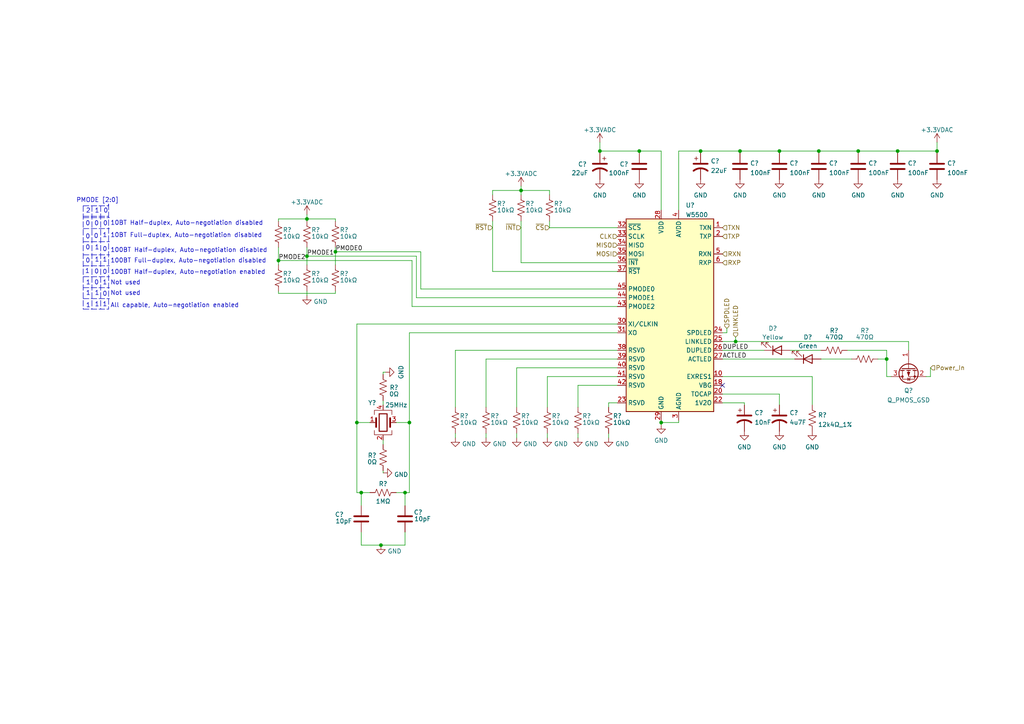
<source format=kicad_sch>
(kicad_sch (version 20211123) (generator eeschema)
  (paper "A4")
  (lib_symbols
    (symbol "Device:C" (pin_numbers hide) (pin_names (offset 0.254))
      (property "Reference" "C" (at 0.635 2.54 0))
      (property "Value" "C" (at 0.635 -2.54 0))
      (symbol "C_0_1"
        (polyline (pts (xy -2.032 -0.762) (xy 2.032 -0.762)) (stroke (width 0.508)))
        (polyline (pts (xy -2.032 0.762) (xy 2.032 0.762)) (stroke (width 0.508)))
      )
      (symbol "C_1_1"
        (pin passive line (at 0 3.81 270) (length 2.794) (name "~") (number "1"))
        (pin passive line (at 0 -3.81 90) (length 2.794) (name "~") (number "2"))
      )
    )
    (symbol "Device:C_Polarized_US" (pin_numbers hide) (pin_names (offset 0.254) hide)
      (property "Reference" "C" (at 0.635 2.54 0))
      (property "Value" "C_Polarized_US" (at 0.635 -2.54 0))
      (symbol "C_Polarized_US_0_1"
        (polyline (pts (xy -2.032 0.762) (xy 2.032 0.762)) (stroke (width 0.508)))
        (polyline (pts (xy -1.778 2.286) (xy -0.762 2.286)))
        (polyline (pts (xy -1.27 1.778) (xy -1.27 2.794)))
        (arc (start 2.032 -1.27) (mid 0 -0.5572) (end -2.032 -1.27) (stroke (width 0.508)))
      )
      (symbol "C_Polarized_US_1_1"
        (pin passive line (at 0 3.81 270) (length 2.794) (name "~") (number "1"))
        (pin passive line (at 0 -3.81 90) (length 3.302) (name "~") (number "2"))
      )
    )
    (symbol "Device:Crystal_GND24" (pin_names (offset 1.016) hide)
      (property "Reference" "Y" (at 3.175 5.08 0))
      (property "Value" "Crystal_GND24" (at 3.175 3.175 0))
      (symbol "Crystal_GND24_0_1"
        (rectangle (start -1.143 2.54) (end 1.143 -2.54) (stroke (width 0.3048)))
        (polyline (pts (xy -2.54 0) (xy -2.032 0)))
        (polyline (pts (xy -2.032 -1.27) (xy -2.032 1.27)) (stroke (width 0.508)))
        (polyline (pts (xy 0 -3.81) (xy 0 -3.556)))
        (polyline (pts (xy 0 3.556) (xy 0 3.81)))
        (polyline (pts (xy 2.032 -1.27) (xy 2.032 1.27)) (stroke (width 0.508)))
        (polyline (pts (xy 2.032 0) (xy 2.54 0)))
        (polyline (pts (xy -2.54 -2.286) (xy -2.54 -3.556) (xy 2.54 -3.556) (xy 2.54 -2.286)))
        (polyline (pts (xy -2.54 2.286) (xy -2.54 3.556) (xy 2.54 3.556) (xy 2.54 2.286)))
      )
      (symbol "Crystal_GND24_1_1"
        (pin passive line (at -3.81 0 0) (length 1.27) (name "1") (number "1"))
        (pin passive line (at 0 5.08 270) (length 1.27) (name "2") (number "2"))
        (pin passive line (at 3.81 0 180) (length 1.27) (name "3") (number "3"))
        (pin passive line (at 0 -5.08 90) (length 1.27) (name "4") (number "4"))
      )
    )
    (symbol "Device:LED" (pin_numbers hide) (pin_names (offset 1.016) hide)
      (property "Reference" "D" (at 0 2.54 0))
      (property "Value" "LED" (at 0 -2.54 0))
      (symbol "LED_0_1"
        (polyline (pts (xy -1.27 -1.27) (xy -1.27 1.27)) (stroke (width 0.254)))
        (polyline (pts (xy -1.27 0) (xy 1.27 0)))
        (polyline (pts (xy 1.27 -1.27) (xy 1.27 1.27) (xy -1.27 0) (xy 1.27 -1.27)) (stroke (width 0.254)))
        (polyline (pts (xy -3.048 -0.762) (xy -4.572 -2.286) (xy -3.81 -2.286) (xy -4.572 -2.286) (xy -4.572 -1.524)))
        (polyline (pts (xy -1.778 -0.762) (xy -3.302 -2.286) (xy -2.54 -2.286) (xy -3.302 -2.286) (xy -3.302 -1.524)))
      )
      (symbol "LED_1_1"
        (pin passive line (at -3.81 0 0) (length 2.54) (name "K") (number "1"))
        (pin passive line (at 3.81 0 180) (length 2.54) (name "A") (number "2"))
      )
    )
    (symbol "Device:Q_PMOS_GSD" (pin_names (offset 0) hide)
      (property "Reference" "Q" (at 5.08 1.27 0))
      (property "Value" "Q_PMOS_GSD" (at 5.08 -1.27 0))
      (symbol "Q_PMOS_GSD_0_1"
        (polyline (pts (xy 0.254 0) (xy -2.54 0)))
        (polyline (pts (xy 0.254 1.905) (xy 0.254 -1.905)) (stroke (width 0.254)))
        (polyline (pts (xy 0.762 -1.27) (xy 0.762 -2.286)) (stroke (width 0.254)))
        (polyline (pts (xy 0.762 0.508) (xy 0.762 -0.508)) (stroke (width 0.254)))
        (polyline (pts (xy 0.762 2.286) (xy 0.762 1.27)) (stroke (width 0.254)))
        (polyline (pts (xy 2.54 2.54) (xy 2.54 1.778)))
        (polyline (pts (xy 2.54 -2.54) (xy 2.54 0) (xy 0.762 0)))
        (polyline (pts (xy 0.762 1.778) (xy 3.302 1.778) (xy 3.302 -1.778) (xy 0.762 -1.778)))
        (polyline (pts (xy 2.286 0) (xy 1.27 0.381) (xy 1.27 -0.381) (xy 2.286 0)) (fill (type outline)))
        (polyline (pts (xy 2.794 -0.508) (xy 2.921 -0.381) (xy 3.683 -0.381) (xy 3.81 -0.254)))
        (polyline (pts (xy 3.302 -0.381) (xy 2.921 0.254) (xy 3.683 0.254) (xy 3.302 -0.381)))
        (circle (center 1.651 0) (radius 2.794) (stroke (width 0.254)))
        (circle (center 2.54 -1.778) (radius 0.254) (fill (type outline)))
        (circle (center 2.54 1.778) (radius 0.254) (fill (type outline)))
      )
      (symbol "Q_PMOS_GSD_1_1"
        (pin input line (at -5.08 0 0) (length 2.54) (name "G") (number "1"))
        (pin passive line (at 2.54 -5.08 90) (length 2.54) (name "S") (number "2"))
        (pin passive line (at 2.54 5.08 270) (length 2.54) (name "D") (number "3"))
      )
    )
    (symbol "Device:R_US" (pin_numbers hide) (pin_names (offset 0))
      (property "Reference" "R" (at 2.54 0 90))
      (property "Value" "R_US" (at -2.54 0 90))
      (symbol "R_US_0_1"
        (polyline (pts (xy 0 -2.286) (xy 0 -2.54)))
        (polyline (pts (xy 0 2.286) (xy 0 2.54)))
        (polyline (pts (xy 0 -0.762) (xy 1.016 -1.143) (xy 0 -1.524) (xy -1.016 -1.905) (xy 0 -2.286)))
        (polyline (pts (xy 0 0.762) (xy 1.016 0.381) (xy 0 0) (xy -1.016 -0.381) (xy 0 -0.762)))
        (polyline (pts (xy 0 2.286) (xy 1.016 1.905) (xy 0 1.524) (xy -1.016 1.143) (xy 0 0.762)))
      )
      (symbol "R_US_1_1"
        (pin passive line (at 0 3.81 270) (length 1.27) (name "~") (number "1"))
        (pin passive line (at 0 -3.81 90) (length 1.27) (name "~") (number "2"))
      )
    )
    (symbol "Interface_Ethernet:W5500"
      (property "Reference" "U" (at -11.43 29.21 0))
      (property "Value" "W5500" (at 8.89 29.21 0))
      (symbol "W5500_0_1"
        (rectangle (start -12.7 27.94) (end 12.7 -27.94) (stroke (width 0.254)) (fill (type background)))
      )
      (symbol "W5500_1_1"
        (pin output line (at 15.24 25.4 180) (length 2.54) (name "TXN") (number "1"))
        (pin passive line (at 15.24 -17.78 180) (length 2.54) (name "EXRES1") (number "10"))
        (pin passive line (at 2.54 30.48 270) (length 2.54) hide (name "AVDD") (number "11"))
        (pin no_connect line (at 12.7 7.62 180) (length 2.54) hide (name "NC") (number "12"))
        (pin no_connect line (at 12.7 5.08 180) (length 2.54) hide (name "NC") (number "13"))
        (pin passive line (at 2.54 -30.48 90) (length 2.54) hide (name "AGND") (number "14"))
        (pin passive line (at 2.54 30.48 270) (length 2.54) hide (name "AVDD") (number "15"))
        (pin passive line (at 2.54 -30.48 90) (length 2.54) hide (name "AGND") (number "16"))
        (pin passive line (at 2.54 30.48 270) (length 2.54) hide (name "AVDD") (number "17"))
        (pin passive line (at 15.24 -20.32 180) (length 2.54) (name "VBG") (number "18"))
        (pin passive line (at 2.54 -30.48 90) (length 2.54) hide (name "AGND") (number "19"))
        (pin output line (at 15.24 22.86 180) (length 2.54) (name "TXP") (number "2"))
        (pin passive line (at 15.24 -22.86 180) (length 2.54) (name "TOCAP") (number "20"))
        (pin passive line (at 2.54 30.48 270) (length 2.54) hide (name "AVDD") (number "21"))
        (pin output line (at 15.24 -25.4 180) (length 2.54) (name "1V2O") (number "22"))
        (pin input line (at -15.24 -25.4 0) (length 2.54) (name "RSVD") (number "23"))
        (pin output line (at 15.24 -5.08 180) (length 2.54) (name "SPDLED") (number "24"))
        (pin output line (at 15.24 -7.62 180) (length 2.54) (name "LINKLED") (number "25"))
        (pin output line (at 15.24 -10.16 180) (length 2.54) (name "DUPLED") (number "26"))
        (pin output line (at 15.24 -12.7 180) (length 2.54) (name "ACTLED") (number "27"))
        (pin power_in line (at -2.54 30.48 270) (length 2.54) (name "VDD") (number "28"))
        (pin power_in line (at -2.54 -30.48 90) (length 2.54) (name "GND") (number "29"))
        (pin power_in line (at 2.54 -30.48 90) (length 2.54) (name "AGND") (number "3"))
        (pin input line (at -15.24 -2.54 0) (length 2.54) (name "XI/CLKIN") (number "30"))
        (pin output line (at -15.24 -5.08 0) (length 2.54) (name "XO") (number "31"))
        (pin input line (at -15.24 25.4 0) (length 2.54) (name "~{SCS}") (number "32"))
        (pin input line (at -15.24 22.86 0) (length 2.54) (name "SCLK") (number "33"))
        (pin output line (at -15.24 20.32 0) (length 2.54) (name "MISO") (number "34"))
        (pin input line (at -15.24 17.78 0) (length 2.54) (name "MOSI") (number "35"))
        (pin input line (at -15.24 15.24 0) (length 2.54) (name "~{INT}") (number "36"))
        (pin input line (at -15.24 12.7 0) (length 2.54) (name "~{RST}") (number "37"))
        (pin input line (at -15.24 -10.16 0) (length 2.54) (name "RSVD") (number "38"))
        (pin input line (at -15.24 -12.7 0) (length 2.54) (name "RSVD") (number "39"))
        (pin power_in line (at 2.54 30.48 270) (length 2.54) (name "AVDD") (number "4"))
        (pin input line (at -15.24 -15.24 0) (length 2.54) (name "RSVD") (number "40"))
        (pin input line (at -15.24 -17.78 0) (length 2.54) (name "RSVD") (number "41"))
        (pin input line (at -15.24 -20.32 0) (length 2.54) (name "RSVD") (number "42"))
        (pin input line (at -15.24 2.54 0) (length 2.54) (name "PMODE2") (number "43"))
        (pin input line (at -15.24 5.08 0) (length 2.54) (name "PMODE1") (number "44"))
        (pin input line (at -15.24 7.62 0) (length 2.54) (name "PMODE0") (number "45"))
        (pin no_connect line (at 12.7 2.54 180) (length 2.54) hide (name "NC") (number "46"))
        (pin no_connect line (at 12.7 0 180) (length 2.54) hide (name "NC") (number "47"))
        (pin passive line (at 2.54 -30.48 90) (length 2.54) hide (name "AGND") (number "48"))
        (pin input line (at 15.24 17.78 180) (length 2.54) (name "RXN") (number "5"))
        (pin input line (at 15.24 15.24 180) (length 2.54) (name "RXP") (number "6"))
        (pin no_connect line (at 12.7 10.16 180) (length 2.54) hide (name "DNC") (number "7"))
        (pin passive line (at 2.54 30.48 270) (length 2.54) hide (name "AVDD") (number "8"))
        (pin passive line (at 2.54 -30.48 90) (length 2.54) hide (name "AGND") (number "9"))
      )
    )
    (symbol "power:+3.3VADC" (power) (pin_names (offset 0))
      (property "Value" "+3.3VADC" (at 0 2.54 0))
      (symbol "+3.3VADC_0_0"
        (pin power_in line (at 0 0 90) (length 0) hide (name "+3.3VADC") (number "1"))
      )
      (symbol "+3.3VADC_0_1"
        (polyline (pts (xy -0.762 1.27) (xy 0 2.54)))
        (polyline (pts (xy 0 0) (xy 0 2.54)))
        (polyline (pts (xy 0 2.54) (xy 0.762 1.27)))
      )
    )
    (symbol "power:+3.3VDAC" (power) (pin_names (offset 0))
      (property "Value" "+3.3VDAC" (at 0 2.54 0))
      (symbol "+3.3VDAC_0_0"
        (pin power_in line (at 0 0 90) (length 0) hide (name "+3.3VDAC") (number "1"))
      )
      (symbol "+3.3VDAC_0_1"
        (polyline (pts (xy -0.762 1.27) (xy 0 2.54)))
        (polyline (pts (xy 0 0) (xy 0 2.54)))
        (polyline (pts (xy 0 2.54) (xy 0.762 1.27)))
      )
    )
    (symbol "power:GND" (power) (pin_names (offset 0))
      (property "Value" "GND" (at 0 -3.81 0))
      (symbol "GND_0_1"
        (polyline (pts (xy 0 0) (xy 0 -1.27) (xy 1.27 -1.27) (xy 0 -2.54) (xy -1.27 -1.27) (xy 0 -1.27)))
      )
      (symbol "GND_1_1"
        (pin power_in line (at 0 0 270) (length 0) hide (name "GND") (number "1"))
      )
    )
  )
  (junction (at 117.475 142.875))
  (junction (at 97.282 73.025))
  (junction (at 80.772 75.565))
  (junction (at 89.027 63.5))
  (junction (at 110.49 158.115))
  (junction (at 257.175 104.14))
  (junction (at 260.35 43.815))
  (junction (at 118.745 122.555))
  (junction (at 104.775 142.875))
  (junction (at 185.42 43.815))
  (junction (at 226.06 43.815))
  (junction (at 271.78 43.815))
  (junction (at 203.2 43.815))
  (junction (at 214.63 43.815))
  (junction (at 248.92 43.815))
  (junction (at 103.505 122.555))
  (junction (at 173.99 43.815))
  (junction (at 237.49 43.815))
  (junction (at 213.36 99.06))
  (junction (at 89.027 74.295))
  (junction (at 191.77 122.555))
  (junction (at 151.13 55.245))
  (no_connect (at 209.55 111.76))
  (wire (pts (xy 111.125 107.95) (xy 111.125 108.585)))
  (wire (pts (xy 173.99 44.45) (xy 173.99 43.815)))
  (wire (pts (xy 97.282 63.5) (xy 97.282 64.135)))
  (wire (pts (xy 173.99 43.815) (xy 185.42 43.815)))
  (wire (pts (xy 245.745 101.6) (xy 257.175 101.6)))
  (wire (pts (xy 269.875 106.68) (xy 269.875 109.22)))
  (polyline (pts (xy 24.13 73.914) (xy 31.75 73.914)))
  (wire (pts (xy 89.027 63.5) (xy 89.027 64.135)))
  (wire (pts (xy 119.507 88.9) (xy 179.07 88.9)))
  (wire (pts (xy 196.85 43.815) (xy 203.2 43.815)))
  (wire (pts (xy 120.777 86.36) (xy 120.777 74.295)))
  (wire (pts (xy 80.772 64.135) (xy 80.772 63.5)))
  (wire (pts (xy 140.97 125.73) (xy 140.97 127)))
  (wire (pts (xy 103.505 142.875) (xy 104.775 142.875)))
  (polyline (pts (xy 24.13 63.119) (xy 31.75 63.119)))
  (wire (pts (xy 258.445 109.22) (xy 257.175 109.22)))
  (wire (pts (xy 167.64 125.73) (xy 167.64 127)))
  (wire (pts (xy 196.85 43.815) (xy 196.85 60.96)))
  (wire (pts (xy 80.772 71.755) (xy 80.772 75.565)))
  (wire (pts (xy 269.875 109.22) (xy 268.605 109.22)))
  (wire (pts (xy 111.76 107.95) (xy 111.125 107.95)))
  (wire (pts (xy 122.047 73.025) (xy 97.282 73.025)))
  (wire (pts (xy 122.047 83.82) (xy 179.07 83.82)))
  (wire (pts (xy 179.07 101.6) (xy 132.08 101.6)))
  (wire (pts (xy 226.06 114.3) (xy 226.06 117.475)))
  (wire (pts (xy 159.385 66.04) (xy 159.385 64.135)))
  (wire (pts (xy 196.85 122.555) (xy 191.77 122.555)))
  (wire (pts (xy 149.86 125.73) (xy 149.86 127)))
  (wire (pts (xy 185.42 43.815) (xy 191.77 43.815)))
  (wire (pts (xy 213.36 97.79) (xy 213.36 99.06)))
  (wire (pts (xy 179.07 109.22) (xy 158.75 109.22)))
  (wire (pts (xy 215.9 116.84) (xy 215.9 117.475)))
  (wire (pts (xy 89.027 74.295) (xy 89.027 76.835)))
  (wire (pts (xy 120.777 74.295) (xy 89.027 74.295)))
  (wire (pts (xy 107.315 142.875) (xy 104.775 142.875)))
  (wire (pts (xy 209.55 104.14) (xy 230.505 104.14)))
  (wire (pts (xy 257.175 104.14) (xy 257.175 109.22)))
  (wire (pts (xy 140.97 104.14) (xy 179.07 104.14)))
  (wire (pts (xy 248.92 43.815) (xy 260.35 43.815)))
  (wire (pts (xy 103.505 122.555) (xy 103.505 142.875)))
  (wire (pts (xy 235.585 117.475) (xy 235.585 109.22)))
  (wire (pts (xy 89.027 62.23) (xy 89.027 63.5)))
  (wire (pts (xy 209.55 114.3) (xy 226.06 114.3)))
  (wire (pts (xy 158.75 125.73) (xy 158.75 127)))
  (wire (pts (xy 191.77 122.555) (xy 191.77 123.19)))
  (wire (pts (xy 214.63 43.815) (xy 226.06 43.815)))
  (wire (pts (xy 257.175 101.6) (xy 257.175 104.14)))
  (wire (pts (xy 179.07 106.68) (xy 149.86 106.68)))
  (wire (pts (xy 117.475 142.875) (xy 114.935 142.875)))
  (polyline (pts (xy 29.21 59.69) (xy 29.21 89.662)))
  (wire (pts (xy 89.027 63.5) (xy 97.282 63.5)))
  (polyline (pts (xy 24.13 83.439) (xy 31.75 83.439)))
  (wire (pts (xy 209.55 109.22) (xy 235.585 109.22)))
  (wire (pts (xy 119.507 75.565) (xy 80.772 75.565)))
  (wire (pts (xy 176.53 116.84) (xy 179.07 116.84)))
  (polyline (pts (xy 24.13 77.089) (xy 31.75 77.089)))
  (wire (pts (xy 254.635 104.14) (xy 257.175 104.14)))
  (wire (pts (xy 210.82 96.52) (xy 210.82 95.25)))
  (wire (pts (xy 117.475 146.685) (xy 117.475 142.875)))
  (polyline (pts (xy 31.496 59.182) (xy 31.496 89.662)))
  (polyline (pts (xy 26.67 59.69) (xy 26.67 89.662)))
  (polyline (pts (xy 24.13 89.662) (xy 31.496 89.662)))
  (wire (pts (xy 149.86 106.68) (xy 149.86 118.11)))
  (wire (pts (xy 118.745 96.52) (xy 118.745 122.555)))
  (wire (pts (xy 120.777 86.36) (xy 179.07 86.36)))
  (wire (pts (xy 111.125 128.905) (xy 111.125 127.635)))
  (wire (pts (xy 260.35 43.815) (xy 271.78 43.815)))
  (wire (pts (xy 203.2 44.45) (xy 203.2 43.815)))
  (wire (pts (xy 142.875 64.135) (xy 142.875 78.74)))
  (wire (pts (xy 159.385 55.245) (xy 159.385 56.515)))
  (wire (pts (xy 271.78 43.815) (xy 271.78 44.45)))
  (wire (pts (xy 80.772 63.5) (xy 89.027 63.5)))
  (polyline (pts (xy 24.13 59.69) (xy 31.496 59.69)))
  (wire (pts (xy 104.775 158.115) (xy 104.775 154.305)))
  (wire (pts (xy 167.64 111.76) (xy 167.64 118.11)))
  (wire (pts (xy 151.13 53.975) (xy 151.13 55.245)))
  (wire (pts (xy 80.772 84.455) (xy 80.772 85.09)))
  (wire (pts (xy 237.49 43.815) (xy 237.49 44.45)))
  (wire (pts (xy 140.97 118.11) (xy 140.97 104.14)))
  (wire (pts (xy 179.07 76.2) (xy 151.13 76.2)))
  (wire (pts (xy 103.505 93.98) (xy 179.07 93.98)))
  (wire (pts (xy 226.06 43.815) (xy 226.06 44.45)))
  (polyline (pts (xy 24.13 59.69) (xy 24.13 89.662)))
  (wire (pts (xy 89.027 84.455) (xy 89.027 85.725)))
  (wire (pts (xy 103.505 122.555) (xy 107.315 122.555)))
  (wire (pts (xy 110.49 158.115) (xy 104.775 158.115)))
  (wire (pts (xy 97.282 71.755) (xy 97.282 73.025)))
  (wire (pts (xy 111.125 137.16) (xy 111.125 136.525)))
  (wire (pts (xy 237.49 43.815) (xy 248.92 43.815)))
  (polyline (pts (xy 24.13 70.104) (xy 31.75 70.104)))
  (wire (pts (xy 80.772 85.09) (xy 97.282 85.09)))
  (wire (pts (xy 89.027 71.755) (xy 89.027 74.295)))
  (wire (pts (xy 238.125 104.14) (xy 247.015 104.14)))
  (wire (pts (xy 229.235 101.6) (xy 238.125 101.6)))
  (wire (pts (xy 209.55 99.06) (xy 213.36 99.06)))
  (wire (pts (xy 191.77 121.92) (xy 191.77 122.555)))
  (wire (pts (xy 103.505 93.98) (xy 103.505 122.555)))
  (wire (pts (xy 118.745 122.555) (xy 118.745 142.875)))
  (wire (pts (xy 185.42 44.45) (xy 185.42 43.815)))
  (wire (pts (xy 248.92 43.815) (xy 248.92 44.45)))
  (wire (pts (xy 118.745 122.555) (xy 114.935 122.555)))
  (wire (pts (xy 209.55 96.52) (xy 210.82 96.52)))
  (wire (pts (xy 97.282 73.025) (xy 97.282 76.835)))
  (wire (pts (xy 179.07 111.76) (xy 167.64 111.76)))
  (wire (pts (xy 117.475 158.115) (xy 110.49 158.115)))
  (polyline (pts (xy 31.496 59.69) (xy 31.496 59.182)))
  (wire (pts (xy 118.745 142.875) (xy 117.475 142.875)))
  (wire (pts (xy 260.35 43.815) (xy 260.35 44.45)))
  (wire (pts (xy 151.13 76.2) (xy 151.13 64.135)))
  (wire (pts (xy 203.2 43.815) (xy 214.63 43.815)))
  (wire (pts (xy 173.99 41.275) (xy 173.99 43.815)))
  (wire (pts (xy 271.78 41.275) (xy 271.78 43.815)))
  (wire (pts (xy 122.047 83.82) (xy 122.047 73.025)))
  (wire (pts (xy 142.875 56.515) (xy 142.875 55.245)))
  (wire (pts (xy 209.55 101.6) (xy 221.615 101.6)))
  (wire (pts (xy 80.772 75.565) (xy 80.772 76.835)))
  (wire (pts (xy 132.08 125.73) (xy 132.08 127)))
  (wire (pts (xy 142.875 78.74) (xy 179.07 78.74)))
  (wire (pts (xy 191.77 43.815) (xy 191.77 60.96)))
  (wire (pts (xy 151.13 55.245) (xy 159.385 55.245)))
  (wire (pts (xy 214.63 43.815) (xy 214.63 44.45)))
  (wire (pts (xy 158.75 109.22) (xy 158.75 118.11)))
  (wire (pts (xy 176.53 125.73) (xy 176.53 127)))
  (polyline (pts (xy 24.13 86.614) (xy 31.75 86.614)))
  (wire (pts (xy 226.06 43.815) (xy 237.49 43.815)))
  (wire (pts (xy 132.08 101.6) (xy 132.08 118.11)))
  (wire (pts (xy 263.525 99.06) (xy 263.525 101.6)))
  (wire (pts (xy 196.85 121.92) (xy 196.85 122.555)))
  (polyline (pts (xy 24.13 66.294) (xy 31.75 66.294)))
  (wire (pts (xy 176.53 118.11) (xy 176.53 116.84)))
  (wire (pts (xy 209.55 116.84) (xy 215.9 116.84)))
  (polyline (pts (xy 24.13 62.738) (xy 31.496 62.738)))
  (wire (pts (xy 97.282 85.09) (xy 97.282 84.455)))
  (wire (pts (xy 263.525 99.06) (xy 213.36 99.06)))
  (wire (pts (xy 119.507 88.9) (xy 119.507 75.565)))
  (wire (pts (xy 118.745 96.52) (xy 179.07 96.52)))
  (wire (pts (xy 179.07 66.04) (xy 159.385 66.04)))
  (wire (pts (xy 117.475 158.115) (xy 117.475 154.305)))
  (wire (pts (xy 151.13 55.245) (xy 151.13 56.515)))
  (wire (pts (xy 142.875 55.245) (xy 151.13 55.245)))
  (polyline (pts (xy 24.13 80.264) (xy 31.75 80.264)))
  (wire (pts (xy 104.775 142.875) (xy 104.775 146.685)))
  (wire (pts (xy 111.125 117.475) (xy 111.125 116.205)))
  (text "1" (at 27.432 61.976 0) (effects (font (size 1.27 1.27)) (justify left bottom)))
  (text "10BT Half-duplex, Auto-negotiation disabled" (at 32.004 65.532 0) (effects (font (size 1.27 1.27)) (justify left bottom)))
  (text "100BT Half-duplex, Auto-negotiation enabled" (at 32.004 79.756 0) (effects (font (size 1.27 1.27)) (justify left bottom)))
  (text "PMODE [2:0]" (at 22.098 58.928 0) (effects (font (size 1.27 1.27)) (justify left bottom)))
  (text "All capable, Auto-negotiation enabled" (at 32.004 89.408 0) (effects (font (size 1.27 1.27)) (justify left bottom)))
  (text "0" (at 27.178 69.342 0) (effects (font (size 1.27 1.27)) (justify left bottom)))
  (text "0" (at 29.718 79.756 0) (effects (font (size 1.27 1.27)) (justify left bottom)))
  (text "1" (at 27.432 89.154 0) (effects (font (size 1.27 1.27)) (justify left bottom)))
  (text "1" (at 24.638 79.502 0) (effects (font (size 1.27 1.27)) (justify left bottom)))
  (text "1" (at 27.432 85.852 0) (effects (font (size 1.27 1.27)) (justify left bottom)))
  (text "0" (at 29.972 61.976 0) (effects (font (size 1.27 1.27)) (justify left bottom)))
  (text "2" (at 24.892 61.976 0) (effects (font (size 1.27 1.27)) (justify left bottom)))
  (text "1" (at 27.432 76.2 0) (effects (font (size 1.27 1.27)) (justify left bottom)))
  (text "Not used" (at 32.004 82.804 0) (effects (font (size 1.27 1.27)) (justify left bottom)))
  (text "100BT Full-duplex, Auto-negotiation disabled" (at 32.004 76.454 0) (effects (font (size 1.27 1.27)) (justify left bottom)))
  (text "1" (at 24.892 82.804 0) (effects (font (size 1.27 1.27)) (justify left bottom)))
  (text "1" (at 29.718 89.1282 0) (effects (font (size 1.27 1.27)) (justify left bottom)))
  (text "1" (at 27.432 72.644 0) (effects (font (size 1.27 1.27)) (justify left bottom)))
  (text "10BT Full-duplex, Auto-negotiation disabled" (at 32.004 69.088 0) (effects (font (size 1.27 1.27)) (justify left bottom)))
  (text "0" (at 24.765 76.454 0) (effects (font (size 1.27 1.27)) (justify left bottom)))
  (text "1" (at 24.892 85.852 0) (effects (font (size 1.27 1.27)) (justify left bottom)))
  (text "0" (at 29.718 86.106 0) (effects (font (size 1.27 1.27)) (justify left bottom)))
  (text "Not used" (at 32.004 85.852 0) (effects (font (size 1.27 1.27)) (justify left bottom)))
  (text "0" (at 29.845 65.659 0) (effects (font (size 1.27 1.27)) (justify left bottom)))
  (text "0" (at 24.765 65.659 0) (effects (font (size 1.27 1.27)) (justify left bottom)))
  (text "1" (at 29.718 69.088 0) (effects (font (size 1.27 1.27)) (justify left bottom)))
  (text "0" (at 27.305 82.804 0) (effects (font (size 1.27 1.27)) (justify left bottom)))
  (text "0" (at 24.765 72.644 0) (effects (font (size 1.27 1.27)) (justify left bottom)))
  (text "0" (at 27.305 65.659 0) (effects (font (size 1.27 1.27)) (justify left bottom)))
  (text "1" (at 29.718 82.804 0) (effects (font (size 1.27 1.27)) (justify left bottom)))
  (text "1" (at 24.892 89.408 0) (effects (font (size 1.27 1.27)) (justify left bottom)))
  (text "100BT Half-duplex, Auto-negotiation disabled" (at 32.004 73.406 0) (effects (font (size 1.27 1.27)) (justify left bottom)))
  (text "1" (at 29.718 76.2 0) (effects (font (size 1.27 1.27)) (justify left bottom)))
  (text "0" (at 24.765 69.469 0) (effects (font (size 1.27 1.27)) (justify left bottom)))
  (text "0" (at 29.718 73.152 0) (effects (font (size 1.27 1.27)) (justify left bottom)))
  (text "0" (at 27.305 79.629 0) (effects (font (size 1.27 1.27)) (justify left bottom)))
  (label "ACTLED" (at 209.55 104.14 0))
  (label "PMODE0" (at 97.282 73.025 0))
  (label "PMODE2" (at 80.772 75.565 0))
  (label "PMODE1" (at 89.027 74.295 0))
  (label "DUPLED" (at 209.55 101.6 0))
  (hierarchical_label "SPDLED" (shape input) (at 210.82 95.25 90))
  (hierarchical_label "Power_In" (shape input) (at 269.875 106.68 0))
  (hierarchical_label "~{INT}" (shape input) (at 151.13 66.04 180))
  (hierarchical_label "~{RST}" (shape input) (at 142.875 66.04 180))
  (hierarchical_label "RXP" (shape input) (at 209.55 76.2 0))
  (hierarchical_label "LINKLED" (shape input) (at 213.36 97.79 90))
  (hierarchical_label "TXN" (shape input) (at 209.55 66.04 0))
  (hierarchical_label "~{CS}" (shape input) (at 159.385 66.04 180))
  (hierarchical_label "TXP" (shape input) (at 209.55 68.58 0))
  (hierarchical_label "CLK" (shape input) (at 179.07 68.58 180))
  (hierarchical_label "MOSI" (shape input) (at 179.07 73.66 180))
  (hierarchical_label "MISO" (shape input) (at 179.07 71.12 180))
  (hierarchical_label "RXN" (shape input) (at 209.55 73.66 0))
  (symbol (lib_id "Device:R_US") (at 89.027 80.645 0) (unit 1)
    (property "Reference" "R?" (at 91.567 79.375 0))
    (property "Value" "10kΩ" (at 92.837 81.28 0))
  )
  (symbol (lib_id "power:GND") (at 158.75 127 0) (unit 1)
    (property "Reference" "#PWR?" (effects hide))
    (property "Value" "GND" (at 160.655 128.749 0) (effects (justify left)))
  )
  (symbol (lib_id "power:GND") (at 260.35 52.07 0) (unit 1)
    (property "Reference" "#PWR?" (effects hide))
    (property "Value" "GND" (at 260.35 56.6325 0))
  )
  (symbol (lib_id "power:GND") (at 226.06 125.095 0) (unit 1)
    (property "Reference" "#PWR?" (effects hide))
    (property "Value" "GND" (at 226.06 129.6575 0))
  )
  (symbol (lib_id "power:GND") (at 111.76 107.95 90) (unit 1)
    (property "Reference" "#PWR?" (effects hide))
    (property "Value" "GND" (at 116.3225 107.95 0))
  )
  (symbol (lib_id "Device:C") (at 185.42 48.26 0) (unit 1)
    (property "Reference" "C?" (at 179.705 47.625 0) (effects (justify left)))
    (property "Value" "100nF" (at 176.53 50.165 0) (effects (justify left)))
  )
  (symbol (lib_id "Device:C") (at 260.35 48.26 0) (unit 1)
    (property "Reference" "C?" (at 263.271 47.3515 0) (effects (justify left)))
    (property "Value" "100nF" (at 263.271 50.1266 0) (effects (justify left)))
  )
  (symbol (lib_id "power:+3.3VADC") (at 89.027 62.23 0) (unit 1)
    (property "Reference" "#PWR?" (effects hide))
    (property "Value" "+3.3VADC" (at 89.027 58.6255 0))
  )
  (symbol (lib_id "power:GND") (at 235.585 125.095 0) (unit 1)
    (property "Reference" "#PWR?" (effects hide))
    (property "Value" "GND" (at 235.585 129.6575 0))
  )
  (symbol (lib_id "power:GND") (at 132.08 127 0) (unit 1)
    (property "Reference" "#PWR?" (effects hide))
    (property "Value" "GND" (at 133.985 128.749 0) (effects (justify left)))
  )
  (symbol (lib_id "Device:R_US") (at 149.86 121.92 0) (unit 1)
    (property "Reference" "R?" (at 152.4 120.65 0))
    (property "Value" "10kΩ" (at 153.67 122.555 0))
  )
  (symbol (lib_id "Device:R_US") (at 111.125 132.715 0) (unit 1)
    (property "Reference" "R?" (at 107.95 132.08 0))
    (property "Value" "0Ω" (at 107.95 133.985 0))
  )
  (symbol (lib_id "power:GND") (at 226.06 52.07 0) (unit 1)
    (property "Reference" "#PWR?" (effects hide))
    (property "Value" "GND" (at 226.06 56.6325 0))
  )
  (symbol (lib_id "Device:R_US") (at 158.75 121.92 0) (unit 1)
    (property "Reference" "R?" (at 161.29 120.65 0))
    (property "Value" "10kΩ" (at 162.56 122.555 0))
  )
  (symbol (lib_id "Device:C_Polarized_US") (at 203.2 48.26 0) (unit 1)
    (property "Reference" "C?" (at 206.121 46.7165 0) (effects (justify left)))
    (property "Value" "22uF" (at 206.121 49.4916 0) (effects (justify left)))
  )
  (symbol (lib_id "Device:C") (at 104.775 150.495 180) (unit 1)
    (property "Reference" "C?" (at 98.425 149.225 0))
    (property "Value" "10pF" (at 99.695 151.13 0))
  )
  (symbol (lib_id "Device:R_US") (at 97.282 67.945 0) (unit 1)
    (property "Reference" "R?" (at 99.822 66.675 0))
    (property "Value" "10kΩ" (at 101.092 68.58 0))
  )
  (symbol (lib_id "Device:R_US") (at 159.385 60.325 0) (unit 1)
    (property "Reference" "R?" (at 161.925 59.055 0))
    (property "Value" "10kΩ" (at 163.195 60.96 0))
  )
  (symbol (lib_id "Device:Q_PMOS_GSD") (at 263.525 106.68 90) (mirror x) (unit 1)
    (property "Reference" "Q?" (at 263.525 113.2745 90))
    (property "Value" "Q_PMOS_GSD" (at 263.525 116.0496 90))
  )
  (symbol (lib_id "Device:R_US") (at 89.027 67.945 0) (unit 1)
    (property "Reference" "R?" (at 91.567 66.675 0))
    (property "Value" "10kΩ" (at 92.837 68.58 0))
  )
  (symbol (lib_id "Device:C") (at 271.78 48.26 0) (unit 1)
    (property "Reference" "C?" (at 274.701 47.3515 0) (effects (justify left)))
    (property "Value" "100nF" (at 274.701 50.1266 0) (effects (justify left)))
  )
  (symbol (lib_id "Interface_Ethernet:W5500") (at 194.31 91.44 0) (unit 1)
    (property "Reference" "U?" (at 198.8694 59.5335 0) (effects (justify left)))
    (property "Value" "W5500" (at 198.8694 62.3086 0) (effects (justify left)))
    (property "Footprint" "Package_QFP:LQFP-48_7x7mm_P0.5mm" (effects hide))
    (property "Datasheet" "http://wizwiki.net/wiki/lib/exe/fetch.php/products:w5500:w5500_ds_v109e.pdf" (effects hide))
  )
  (symbol (lib_id "Device:C_Polarized_US") (at 226.06 121.285 0) (unit 1)
    (property "Reference" "C?" (at 228.981 119.7415 0) (effects (justify left)))
    (property "Value" "4u7F" (at 228.981 122.5166 0) (effects (justify left)))
  )
  (symbol (lib_id "Device:R_US") (at 176.53 121.92 0) (unit 1)
    (property "Reference" "R?" (at 179.07 120.65 0))
    (property "Value" "10kΩ" (at 180.34 122.555 0))
  )
  (symbol (lib_id "power:+3.3VADC") (at 151.13 53.975 0) (unit 1)
    (property "Reference" "#PWR?" (effects hide))
    (property "Value" "+3.3VADC" (at 151.13 50.3705 0))
  )
  (symbol (lib_id "power:GND") (at 111.125 137.16 90) (unit 1)
    (property "Reference" "#PWR?" (effects hide))
    (property "Value" "GND" (at 114.3 137.639 90) (effects (justify right)))
  )
  (symbol (lib_id "Device:C") (at 248.92 48.26 0) (unit 1)
    (property "Reference" "C?" (at 251.841 47.3515 0) (effects (justify left)))
    (property "Value" "100nF" (at 251.841 50.1266 0) (effects (justify left)))
  )
  (symbol (lib_id "power:+3.3VADC") (at 173.99 41.275 0) (unit 1)
    (property "Reference" "#PWR?" (effects hide))
    (property "Value" "+3.3VADC" (at 173.99 37.6705 0))
  )
  (symbol (lib_id "Device:C") (at 237.49 48.26 0) (unit 1)
    (property "Reference" "C?" (at 240.411 47.3515 0) (effects (justify left)))
    (property "Value" "100nF" (at 240.411 50.1266 0) (effects (justify left)))
  )
  (symbol (lib_id "Device:LED") (at 234.315 104.14 0) (mirror x) (unit 1)
    (property "Reference" "D?" (at 234.315 97.79 0))
    (property "Value" "Green" (at 234.315 100.33 0))
  )
  (symbol (lib_id "Device:R_US") (at 97.282 80.645 0) (unit 1)
    (property "Reference" "R?" (at 99.822 79.375 0))
    (property "Value" "10kΩ" (at 101.092 81.28 0))
  )
  (symbol (lib_id "Device:C") (at 214.63 48.26 0) (unit 1)
    (property "Reference" "C?" (at 217.551 47.3515 0) (effects (justify left)))
    (property "Value" "100nF" (at 217.551 50.1266 0) (effects (justify left)))
  )
  (symbol (lib_id "power:GND") (at 214.63 52.07 0) (unit 1)
    (property "Reference" "#PWR?" (effects hide))
    (property "Value" "GND" (at 214.63 56.6325 0))
  )
  (symbol (lib_id "Device:C") (at 117.475 150.495 180) (unit 1)
    (property "Reference" "C?" (at 121.285 148.59 0))
    (property "Value" "10pF" (at 122.555 150.495 0))
  )
  (symbol (lib_id "Device:R_US") (at 111.125 112.395 0) (unit 1)
    (property "Reference" "R?" (at 114.3 112.395 0))
    (property "Value" "0Ω" (at 114.3 114.3 0))
  )
  (symbol (lib_id "Device:R_US") (at 111.125 142.875 90) (unit 1)
    (property "Reference" "R?" (at 111.125 140.335 90))
    (property "Value" "1MΩ" (at 111.125 145.415 90))
  )
  (symbol (lib_id "Device:R_US") (at 132.08 121.92 0) (unit 1)
    (property "Reference" "R?" (at 134.62 120.65 0))
    (property "Value" "10kΩ" (at 135.89 122.555 0))
  )
  (symbol (lib_id "power:GND") (at 271.78 52.07 0) (unit 1)
    (property "Reference" "#PWR?" (effects hide))
    (property "Value" "GND" (at 271.78 56.6325 0))
  )
  (symbol (lib_id "Device:C_Polarized_US") (at 215.9 121.285 0) (unit 1)
    (property "Reference" "C?" (at 218.821 119.7415 0) (effects (justify left)))
    (property "Value" "10nF" (at 218.821 122.5166 0) (effects (justify left)))
  )
  (symbol (lib_id "Device:R_US") (at 167.64 121.92 0) (unit 1)
    (property "Reference" "R?" (at 170.18 120.65 0))
    (property "Value" "10kΩ" (at 171.45 122.555 0))
  )
  (symbol (lib_id "Device:C_Polarized_US") (at 173.99 48.26 0) (mirror y) (unit 1)
    (property "Reference" "C?" (at 167.64 47.625 0) (effects (justify right)))
    (property "Value" "22uF" (at 165.735 50.165 0) (effects (justify right)))
  )
  (symbol (lib_id "Device:LED") (at 225.425 101.6 0) (mirror x) (unit 1)
    (property "Reference" "D?" (at 224.155 95.25 0))
    (property "Value" "Yellow" (at 224.155 97.79 0))
  )
  (symbol (lib_id "Device:R_US") (at 151.13 60.325 0) (unit 1)
    (property "Reference" "R?" (at 153.67 59.055 0))
    (property "Value" "10kΩ" (at 154.94 60.96 0))
  )
  (symbol (lib_id "Device:C") (at 226.06 48.26 0) (unit 1)
    (property "Reference" "C?" (at 228.981 47.3515 0) (effects (justify left)))
    (property "Value" "100nF" (at 228.981 50.1266 0) (effects (justify left)))
  )
  (symbol (lib_id "power:GND") (at 176.53 127 0) (unit 1)
    (property "Reference" "#PWR?" (effects hide))
    (property "Value" "GND" (at 178.435 128.749 0) (effects (justify left)))
  )
  (symbol (lib_id "power:GND") (at 89.027 85.725 0) (unit 1)
    (property "Reference" "#PWR?" (effects hide))
    (property "Value" "GND" (at 90.932 87.474 0) (effects (justify left)))
  )
  (symbol (lib_id "power:+3.3VDAC") (at 271.78 41.275 0) (unit 1)
    (property "Reference" "#PWR?" (effects hide))
    (property "Value" "+3.3VDAC" (at 271.78 37.6705 0))
  )
  (symbol (lib_id "power:GND") (at 110.49 158.115 0) (unit 1)
    (property "Reference" "#PWR?" (effects hide))
    (property "Value" "GND" (at 112.395 159.864 0) (effects (justify left)))
  )
  (symbol (lib_id "power:GND") (at 191.77 123.19 0) (unit 1)
    (property "Reference" "#PWR?" (effects hide))
    (property "Value" "GND" (at 191.77 127.7525 0))
  )
  (symbol (lib_id "power:GND") (at 167.64 127 0) (unit 1)
    (property "Reference" "#PWR?" (effects hide))
    (property "Value" "GND" (at 169.545 128.749 0) (effects (justify left)))
  )
  (symbol (lib_id "Device:R_US") (at 142.875 60.325 0) (unit 1)
    (property "Reference" "R?" (at 145.415 59.055 0))
    (property "Value" "10kΩ" (at 146.685 60.96 0))
  )
  (symbol (lib_id "Device:R_US") (at 241.935 101.6 270) (unit 1)
    (property "Reference" "R?" (at 241.935 95.885 90))
    (property "Value" "470Ω" (at 241.935 97.79 90))
  )
  (symbol (lib_id "Device:R_US") (at 80.772 80.645 0) (unit 1)
    (property "Reference" "R?" (at 83.312 79.375 0))
    (property "Value" "10kΩ" (at 84.582 81.28 0))
  )
  (symbol (lib_id "power:GND") (at 203.2 52.07 0) (unit 1)
    (property "Reference" "#PWR?" (effects hide))
    (property "Value" "GND" (at 203.2 56.6325 0))
  )
  (symbol (lib_id "power:GND") (at 237.49 52.07 0) (unit 1)
    (property "Reference" "#PWR?" (effects hide))
    (property "Value" "GND" (at 237.49 56.6325 0))
  )
  (symbol (lib_id "Device:R_US") (at 80.772 67.945 0) (unit 1)
    (property "Reference" "R?" (at 83.312 66.675 0))
    (property "Value" "10kΩ" (at 84.582 68.58 0))
  )
  (symbol (lib_id "power:GND") (at 248.92 52.07 0) (unit 1)
    (property "Reference" "#PWR?" (effects hide))
    (property "Value" "GND" (at 248.92 56.6325 0))
  )
  (symbol (lib_id "Device:R_US") (at 235.585 121.285 0) (unit 1)
    (property "Reference" "R?" (at 237.236 120.3765 0) (effects (justify left)))
    (property "Value" "12k4Ω_1%" (at 237.236 123.1516 0) (effects (justify left)))
  )
  (symbol (lib_id "Device:R_US") (at 250.825 104.14 270) (unit 1)
    (property "Reference" "R?" (at 250.825 95.885 90))
    (property "Value" "470Ω" (at 250.825 97.79 90))
  )
  (symbol (lib_id "Device:R_US") (at 140.97 121.92 0) (unit 1)
    (property "Reference" "R?" (at 143.51 120.65 0))
    (property "Value" "10kΩ" (at 144.78 122.555 0))
  )
  (symbol (lib_id "power:GND") (at 149.86 127 0) (unit 1)
    (property "Reference" "#PWR?" (effects hide))
    (property "Value" "GND" (at 151.765 128.749 0) (effects (justify left)))
  )
  (symbol (lib_id "power:GND") (at 185.42 52.07 0) (unit 1)
    (property "Reference" "#PWR?" (effects hide))
    (property "Value" "GND" (at 185.42 56.6325 0))
  )
  (symbol (lib_id "Device:Crystal_GND24") (at 111.125 122.555 0) (mirror x) (unit 1)
    (property "Reference" "Y?" (at 107.95 116.84 0))
    (property "Value" "25MHz" (at 114.935 117.475 0))
  )
  (symbol (lib_id "power:GND") (at 140.97 127 0) (unit 1)
    (property "Reference" "#PWR?" (effects hide))
    (property "Value" "GND" (at 142.875 128.749 0) (effects (justify left)))
  )
  (symbol (lib_id "power:GND") (at 215.9 125.095 0) (unit 1)
    (property "Reference" "#PWR?" (effects hide))
    (property "Value" "GND" (at 215.9 129.6575 0))
  )
  (symbol (lib_id "power:GND") (at 173.99 52.07 0) (unit 1)
    (property "Reference" "#PWR?" (effects hide))
    (property "Value" "GND" (at 173.99 56.6325 0))
  )
)
</source>
